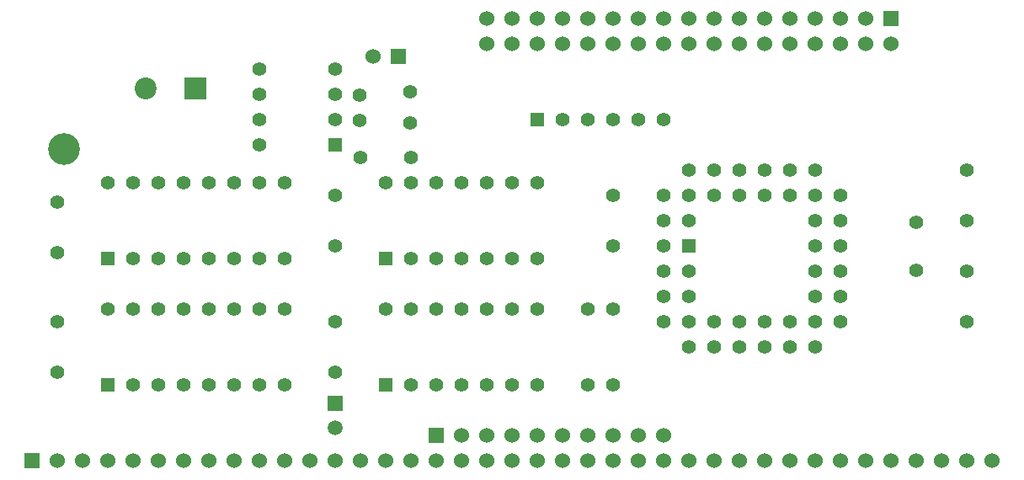
<source format=gbr>
G04 #@! TF.GenerationSoftware,KiCad,Pcbnew,(6.0.2)*
G04 #@! TF.CreationDate,2022-05-10T09:25:42-07:00*
G04 #@! TF.ProjectId,Z80-FDC,5a38302d-4644-4432-9e6b-696361645f70,1.2*
G04 #@! TF.SameCoordinates,Original*
G04 #@! TF.FileFunction,Soldermask,Top*
G04 #@! TF.FilePolarity,Negative*
%FSLAX46Y46*%
G04 Gerber Fmt 4.6, Leading zero omitted, Abs format (unit mm)*
G04 Created by KiCad (PCBNEW (6.0.2)) date 2022-05-10 09:25:42*
%MOMM*%
%LPD*%
G01*
G04 APERTURE LIST*
%ADD10C,1.490980*%
%ADD11R,1.490980X1.490980*%
%ADD12R,1.524000X1.524000*%
%ADD13C,1.524000*%
%ADD14C,3.200000*%
%ADD15C,1.397000*%
%ADD16R,1.397000X1.397000*%
%ADD17R,2.200000X2.200000*%
%ADD18C,2.200000*%
G04 APERTURE END LIST*
D10*
X157480000Y-123678000D03*
D11*
X157480000Y-121178000D03*
D12*
X167640000Y-124460000D03*
D13*
X170180000Y-124460000D03*
X172720000Y-124460000D03*
X175260000Y-124460000D03*
X177800000Y-124460000D03*
X180340000Y-124460000D03*
X182880000Y-124460000D03*
X185420000Y-124460000D03*
X187960000Y-124460000D03*
X190500000Y-124460000D03*
D14*
X130225800Y-95631000D03*
D12*
X127000000Y-127000000D03*
D13*
X129540000Y-127000000D03*
X132080000Y-127000000D03*
X134620000Y-127000000D03*
X137160000Y-127000000D03*
X139700000Y-127000000D03*
X142240000Y-127000000D03*
X144780000Y-127000000D03*
X147320000Y-127000000D03*
X149860000Y-127000000D03*
X152400000Y-127000000D03*
X154940000Y-127000000D03*
X157480000Y-127000000D03*
X160020000Y-127000000D03*
X162560000Y-127000000D03*
X165100000Y-127000000D03*
X167640000Y-127000000D03*
X170180000Y-127000000D03*
X172720000Y-127000000D03*
X175260000Y-127000000D03*
X177800000Y-127000000D03*
X180340000Y-127000000D03*
X182880000Y-127000000D03*
X185420000Y-127000000D03*
X187960000Y-127000000D03*
X190500000Y-127000000D03*
X193040000Y-127000000D03*
X195580000Y-127000000D03*
X198120000Y-127000000D03*
X200660000Y-127000000D03*
X203200000Y-127000000D03*
X205740000Y-127000000D03*
X208280000Y-127000000D03*
X210820000Y-127000000D03*
X213360000Y-127000000D03*
X215900000Y-127000000D03*
X218440000Y-127000000D03*
X220980000Y-127000000D03*
X223520000Y-127000000D03*
D15*
X185420000Y-105410000D03*
X185420000Y-100330000D03*
X129540000Y-106045000D03*
X129540000Y-100965000D03*
X157480000Y-100330000D03*
X157480000Y-105410000D03*
D12*
X163830000Y-86360000D03*
D13*
X161290000Y-86360000D03*
D15*
X129540000Y-113030000D03*
X129540000Y-118110000D03*
X160020000Y-96520000D03*
X165100000Y-96520000D03*
X157480000Y-113030000D03*
X157480000Y-118110000D03*
X220980000Y-102870000D03*
X220980000Y-97790000D03*
X215900000Y-102969060D03*
X215900000Y-107850940D03*
X159931316Y-92717500D03*
X159931316Y-90177500D03*
X165011316Y-93035000D03*
X165011316Y-89860000D03*
X182880000Y-111760000D03*
X182880000Y-119380000D03*
D16*
X162560000Y-119380000D03*
D15*
X165100000Y-119380000D03*
X167640000Y-119380000D03*
X170180000Y-119380000D03*
X172720000Y-119380000D03*
X175260000Y-119380000D03*
X177800000Y-119380000D03*
X177800000Y-111760000D03*
X175260000Y-111760000D03*
X172720000Y-111760000D03*
X170180000Y-111760000D03*
X167640000Y-111760000D03*
X165100000Y-111760000D03*
X162560000Y-111760000D03*
X134620000Y-111760000D03*
X137160000Y-111760000D03*
X139700000Y-111760000D03*
X142240000Y-111760000D03*
X144780000Y-111760000D03*
X147320000Y-111760000D03*
X149860000Y-111760000D03*
X152400000Y-111760000D03*
X152400000Y-119380000D03*
X149860000Y-119380000D03*
X147320000Y-119380000D03*
X144780000Y-119380000D03*
X142240000Y-119380000D03*
X139700000Y-119380000D03*
X137160000Y-119380000D03*
D16*
X134620000Y-119380000D03*
X162560000Y-106680000D03*
D15*
X165100000Y-106680000D03*
X167640000Y-106680000D03*
X170180000Y-106680000D03*
X172720000Y-106680000D03*
X175260000Y-106680000D03*
X177800000Y-106680000D03*
X177800000Y-99060000D03*
X175260000Y-99060000D03*
X172720000Y-99060000D03*
X170180000Y-99060000D03*
X167640000Y-99060000D03*
X165100000Y-99060000D03*
X162560000Y-99060000D03*
D16*
X157480000Y-95250000D03*
D15*
X157480000Y-92710000D03*
X157480000Y-90170000D03*
X157480000Y-87630000D03*
X149860000Y-87630000D03*
X149860000Y-90170000D03*
X149860000Y-92710000D03*
X149860000Y-95250000D03*
D16*
X177800000Y-92710000D03*
D15*
X180340000Y-92710000D03*
X182880000Y-92710000D03*
X185420000Y-92710000D03*
X187960000Y-92710000D03*
X190500000Y-92710000D03*
D17*
X143470000Y-89535000D03*
D18*
X138470000Y-89535000D03*
D16*
X193040000Y-105410000D03*
D15*
X190500000Y-107950000D03*
X193040000Y-107950000D03*
X190500000Y-110490000D03*
X193040000Y-110490000D03*
X190500000Y-113030000D03*
X193040000Y-115570000D03*
X193040000Y-113030000D03*
X195580000Y-115570000D03*
X195580000Y-113030000D03*
X198120000Y-115570000D03*
X198120000Y-113030000D03*
X200660000Y-115570000D03*
X200660000Y-113030000D03*
X203200000Y-115570000D03*
X203200000Y-113030000D03*
X205740000Y-115570000D03*
X208280000Y-113030000D03*
X205740000Y-113030000D03*
X208280000Y-110490000D03*
X205740000Y-110490000D03*
X208280000Y-107950000D03*
X205740000Y-107950000D03*
X208280000Y-105410000D03*
X205740000Y-105410000D03*
X208280000Y-102870000D03*
X205740000Y-102870000D03*
X208280000Y-100330000D03*
X205740000Y-97790000D03*
X205740000Y-100330000D03*
X203200000Y-97790000D03*
X203200000Y-100330000D03*
X200660000Y-97790000D03*
X200660000Y-100330000D03*
X198120000Y-97790000D03*
X198120000Y-100330000D03*
X195580000Y-97790000D03*
X195580000Y-100330000D03*
X193040000Y-97790000D03*
X190500000Y-100330000D03*
X193040000Y-100330000D03*
X190500000Y-102870000D03*
X193040000Y-102870000D03*
X190500000Y-105410000D03*
D16*
X134620000Y-106680000D03*
D15*
X137160000Y-106680000D03*
X139700000Y-106680000D03*
X142240000Y-106680000D03*
X144780000Y-106680000D03*
X147320000Y-106680000D03*
X149860000Y-106680000D03*
X152400000Y-106680000D03*
X152400000Y-99060000D03*
X149860000Y-99060000D03*
X147320000Y-99060000D03*
X144780000Y-99060000D03*
X142240000Y-99060000D03*
X139700000Y-99060000D03*
X137160000Y-99060000D03*
X134620000Y-99060000D03*
X185420000Y-111760000D03*
X185420000Y-119380000D03*
D12*
X213360000Y-82550000D03*
D13*
X213360000Y-85090000D03*
X210820000Y-82550000D03*
X210820000Y-85090000D03*
X208280000Y-82550000D03*
X208280000Y-85090000D03*
X205740000Y-82550000D03*
X205740000Y-85090000D03*
X203200000Y-82550000D03*
X203200000Y-85090000D03*
X200660000Y-82550000D03*
X200660000Y-85090000D03*
X198120000Y-82550000D03*
X198120000Y-85090000D03*
X195580000Y-82550000D03*
X195580000Y-85090000D03*
X193040000Y-82550000D03*
X193040000Y-85090000D03*
X190500000Y-82550000D03*
X190500000Y-85090000D03*
X187960000Y-82550000D03*
X187960000Y-85090000D03*
X185420000Y-82550000D03*
X185420000Y-85090000D03*
X182880000Y-82550000D03*
X182880000Y-85090000D03*
X180340000Y-82550000D03*
X180340000Y-85090000D03*
X177800000Y-82550000D03*
X177800000Y-85090000D03*
X175260000Y-82550000D03*
X175260000Y-85090000D03*
X172720000Y-82550000D03*
X172720000Y-85090000D03*
D15*
X220980000Y-107950000D03*
X220980000Y-113030000D03*
M02*

</source>
